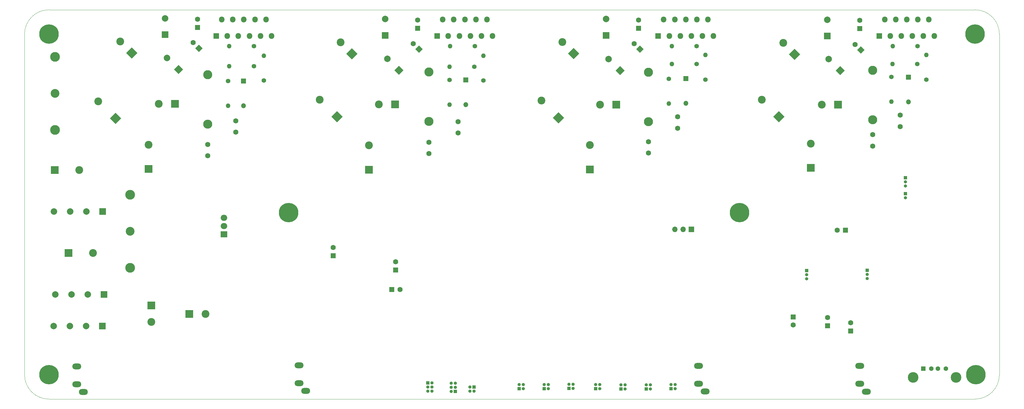
<source format=gbs>
G04 #@! TF.GenerationSoftware,KiCad,Pcbnew,(6.0.0)*
G04 #@! TF.CreationDate,2022-02-01T21:05:52+01:00*
G04 #@! TF.ProjectId,block-sch,626c6f63-6b2d-4736-9368-2e6b69636164,rev?*
G04 #@! TF.SameCoordinates,Original*
G04 #@! TF.FileFunction,Soldermask,Bot*
G04 #@! TF.FilePolarity,Negative*
%FSLAX46Y46*%
G04 Gerber Fmt 4.6, Leading zero omitted, Abs format (unit mm)*
G04 Created by KiCad (PCBNEW (6.0.0)) date 2022-02-01 21:05:52*
%MOMM*%
%LPD*%
G01*
G04 APERTURE LIST*
G04 Aperture macros list*
%AMRotRect*
0 Rectangle, with rotation*
0 The origin of the aperture is its center*
0 $1 length*
0 $2 width*
0 $3 Rotation angle, in degrees counterclockwise*
0 Add horizontal line*
21,1,$1,$2,0,0,$3*%
G04 Aperture macros list end*
G04 #@! TA.AperFunction,Profile*
%ADD10C,0.100000*%
G04 #@! TD*
%ADD11RotRect,1.600000X1.600000X135.000000*%
%ADD12C,1.600000*%
%ADD13RotRect,2.000000X2.000000X135.000000*%
%ADD14C,2.000000*%
%ADD15R,2.400000X2.400000*%
%ADD16C,2.400000*%
%ADD17RotRect,2.400000X2.400000X135.000000*%
%ADD18R,2.000000X2.000000*%
%ADD19R,1.600000X1.600000*%
%ADD20R,1.500000X1.500000*%
%ADD21O,1.500000X1.500000*%
%ADD22C,1.400000*%
%ADD23O,1.400000X1.400000*%
%ADD24C,2.800000*%
%ADD25O,2.800000X2.800000*%
%ADD26R,1.800000X1.800000*%
%ADD27O,1.800000X1.800000*%
%ADD28R,2.000000X1.905000*%
%ADD29O,2.000000X1.905000*%
%ADD30C,0.800000*%
%ADD31C,6.000000*%
%ADD32R,1.000000X1.000000*%
%ADD33O,1.000000X1.000000*%
%ADD34C,2.700000*%
%ADD35C,3.000000*%
%ADD36O,2.800000X1.800000*%
%ADD37R,1.700000X1.700000*%
%ADD38O,1.700000X1.700000*%
%ADD39R,1.428000X1.428000*%
%ADD40C,1.428000*%
%ADD41C,3.276000*%
G04 APERTURE END LIST*
D10*
X67500000Y-210000000D02*
X352500000Y-210000000D01*
X67500000Y-90000000D02*
G75*
G03*
X60000000Y-97500000I0J-7500000D01*
G01*
X60000000Y-97500000D02*
X60000000Y-202500000D01*
X352500000Y-210000000D02*
G75*
G03*
X360000000Y-202500000I0J7500000D01*
G01*
X360000000Y-202500000D02*
X360000000Y-97500000D01*
X360000000Y-97500000D02*
G75*
G03*
X352500000Y-90000000I-7500000J0D01*
G01*
X352500000Y-90000000D02*
X67500000Y-90000000D01*
X60000000Y-202500000D02*
G75*
G03*
X67500000Y-210000000I7500000J0D01*
G01*
D11*
X249383883Y-102178677D03*
D12*
X247616116Y-100410910D03*
D11*
X317383883Y-102428677D03*
D12*
X315616116Y-100660910D03*
D11*
X113683883Y-101878677D03*
D12*
X111916116Y-100110910D03*
D13*
X243250000Y-108750000D03*
D14*
X239714466Y-105214466D03*
D13*
X175200000Y-108671454D03*
D14*
X171664466Y-105135920D03*
D13*
X311000000Y-108750000D03*
D14*
X307464466Y-105214466D03*
D13*
X107367767Y-108421454D03*
D14*
X103832233Y-104885920D03*
D15*
X242073959Y-119250000D03*
D16*
X237073959Y-119250000D03*
D15*
X174000000Y-119200000D03*
D16*
X169000000Y-119200000D03*
D15*
X310323959Y-119250000D03*
D16*
X305323959Y-119250000D03*
D15*
X106323959Y-119000000D03*
D16*
X101323959Y-119000000D03*
D15*
X234000000Y-139227780D03*
D16*
X234000000Y-131727780D03*
D15*
X166000000Y-139277780D03*
D16*
X166000000Y-131777780D03*
D15*
X302000000Y-138750000D03*
D16*
X302000000Y-131250000D03*
D15*
X98200000Y-139077780D03*
D16*
X98200000Y-131577780D03*
D17*
X224351650Y-123300241D03*
D16*
X219048349Y-117996940D03*
D17*
X156151650Y-123000241D03*
D16*
X150848349Y-117696940D03*
D17*
X292151650Y-123000242D03*
D16*
X286848349Y-117696941D03*
D17*
X88000000Y-123500000D03*
D16*
X82696699Y-118196699D03*
D12*
X261000000Y-126500000D03*
X261000000Y-123000000D03*
X193400000Y-127950000D03*
X193400000Y-124450000D03*
D17*
X229000000Y-103500000D03*
D16*
X225464466Y-99964466D03*
D12*
X252000000Y-134150000D03*
X252000000Y-130650000D03*
D17*
X160767767Y-103576111D03*
D16*
X157232233Y-100040577D03*
D12*
X184400000Y-134350000D03*
X184400000Y-130850000D03*
X329500000Y-126000000D03*
X329500000Y-122500000D03*
X125000000Y-127750000D03*
X125000000Y-124250000D03*
D17*
X297000000Y-103750000D03*
D16*
X293464466Y-100214466D03*
D12*
X321000000Y-132000000D03*
X321000000Y-128500000D03*
D17*
X93017767Y-103326111D03*
D16*
X89482233Y-99790577D03*
D12*
X116400000Y-135000000D03*
X116400000Y-131500000D03*
D18*
X239000000Y-97867677D03*
D14*
X239000000Y-92867677D03*
D18*
X171000000Y-97867677D03*
D14*
X171000000Y-92867677D03*
D18*
X307000000Y-98117677D03*
D14*
X307000000Y-93117677D03*
D18*
X103250000Y-97617677D03*
D14*
X103250000Y-92617677D03*
D19*
X249000000Y-95682379D03*
D12*
X249000000Y-93182379D03*
D19*
X181000000Y-95682379D03*
D12*
X181000000Y-93182379D03*
D19*
X317000000Y-95750000D03*
D12*
X317000000Y-93250000D03*
D19*
X113250000Y-95432379D03*
D12*
X113250000Y-92932379D03*
D15*
X69322220Y-139400000D03*
D16*
X76822220Y-139400000D03*
D15*
X73522220Y-165000000D03*
D16*
X81022220Y-165000000D03*
D19*
X173017621Y-176182380D03*
D12*
X175517621Y-176182380D03*
D19*
X155000000Y-165782380D03*
D12*
X155000000Y-163282380D03*
D20*
X195800000Y-111585000D03*
D21*
X195800000Y-119205000D03*
D20*
X332000000Y-110750000D03*
D21*
X332000000Y-118370000D03*
D20*
X127400000Y-111985000D03*
D21*
X127400000Y-119605000D03*
D18*
X84057500Y-152182500D03*
D14*
X79057500Y-152182500D03*
X74057500Y-152182500D03*
X69057500Y-152182500D03*
D18*
X84457500Y-177782500D03*
D14*
X79457500Y-177782500D03*
X74457500Y-177782500D03*
X69457500Y-177782500D03*
D22*
X269500000Y-111560000D03*
D23*
X269500000Y-103940000D03*
D22*
X201200000Y-111810000D03*
D23*
X201200000Y-104190000D03*
D22*
X337500000Y-111560000D03*
D23*
X337500000Y-103940000D03*
D22*
X133600000Y-111810000D03*
D23*
X133600000Y-104190000D03*
D22*
X266810000Y-101250000D03*
D23*
X259190000Y-101250000D03*
D22*
X198600000Y-101200000D03*
D23*
X190980000Y-101200000D03*
D22*
X266810000Y-106750000D03*
D23*
X259190000Y-106750000D03*
D22*
X334810000Y-101250000D03*
D23*
X327190000Y-101250000D03*
D22*
X198410000Y-107600000D03*
D23*
X190790000Y-107600000D03*
D22*
X130610000Y-101200000D03*
D23*
X122990000Y-101200000D03*
D22*
X258250000Y-111250000D03*
D23*
X258250000Y-118870000D03*
D22*
X334750000Y-106750000D03*
D23*
X327130000Y-106750000D03*
D22*
X130600000Y-107400000D03*
D23*
X122980000Y-107400000D03*
D22*
X190800000Y-111590000D03*
D23*
X190800000Y-119210000D03*
D24*
X252000000Y-109250000D03*
D25*
X252000000Y-124490000D03*
D24*
X184400000Y-109200000D03*
D25*
X184400000Y-124440000D03*
D22*
X326750000Y-110690000D03*
D23*
X326750000Y-118310000D03*
D22*
X122600000Y-111990000D03*
D23*
X122600000Y-119610000D03*
D24*
X321000000Y-108630000D03*
D25*
X321000000Y-123870000D03*
D24*
X116400000Y-110000000D03*
D25*
X116400000Y-125240000D03*
D26*
X323000000Y-98085000D03*
D27*
X324700000Y-93005000D03*
X326400000Y-98085000D03*
X328100000Y-93005000D03*
X329800000Y-98085000D03*
X331500000Y-93005000D03*
X333200000Y-98085000D03*
X334900000Y-93005000D03*
X336600000Y-98085000D03*
X338300000Y-93005000D03*
X340000000Y-98085000D03*
D26*
X119000000Y-98085000D03*
D27*
X120700000Y-93005000D03*
X122400000Y-98085000D03*
X124100000Y-93005000D03*
X125800000Y-98085000D03*
X127500000Y-93005000D03*
X129200000Y-98085000D03*
X130900000Y-93005000D03*
X132600000Y-98085000D03*
X134300000Y-93005000D03*
X136000000Y-98085000D03*
D11*
X181383883Y-102178677D03*
D12*
X179616116Y-100410910D03*
D19*
X174200000Y-170182380D03*
D12*
X174200000Y-167682380D03*
D20*
X263500000Y-111185000D03*
D21*
X263500000Y-118805000D03*
D26*
X187000000Y-98085000D03*
D27*
X188700000Y-93005000D03*
X190400000Y-98085000D03*
X192100000Y-93005000D03*
X193800000Y-98085000D03*
X195500000Y-93005000D03*
X197200000Y-98085000D03*
X198900000Y-93005000D03*
X200600000Y-98085000D03*
X202300000Y-93005000D03*
X204000000Y-98085000D03*
D28*
X121345000Y-159240000D03*
D29*
X121345000Y-156700000D03*
X121345000Y-154160000D03*
D26*
X255000000Y-98085000D03*
D27*
X256700000Y-93005000D03*
X258400000Y-98085000D03*
X260100000Y-93005000D03*
X261800000Y-98085000D03*
X263500000Y-93005000D03*
X265200000Y-98085000D03*
X266900000Y-93005000D03*
X268600000Y-98085000D03*
X270300000Y-93005000D03*
X272000000Y-98085000D03*
D18*
X83957500Y-187482500D03*
D14*
X78957500Y-187482500D03*
X73957500Y-187482500D03*
X68957500Y-187482500D03*
D30*
X350500000Y-202500000D03*
X352750000Y-200250000D03*
X351159010Y-204090990D03*
X355000000Y-202500000D03*
X354340990Y-204090990D03*
X351159010Y-200909010D03*
D31*
X352750000Y-202500000D03*
D30*
X354340990Y-200909010D03*
X352750000Y-204750000D03*
X280000000Y-150250000D03*
X281590990Y-150909010D03*
X281590990Y-154090990D03*
X282250000Y-152500000D03*
X277750000Y-152500000D03*
X280000000Y-154750000D03*
X278409010Y-150909010D03*
X278409010Y-154090990D03*
D31*
X280000000Y-152500000D03*
X141250000Y-152500000D03*
D30*
X143500000Y-152500000D03*
X139000000Y-152500000D03*
X142840990Y-154090990D03*
X142840990Y-150909010D03*
X141250000Y-154750000D03*
X139659010Y-154090990D03*
X141250000Y-150250000D03*
X139659010Y-150909010D03*
X65250000Y-202500000D03*
X65909010Y-204090990D03*
X65909010Y-200909010D03*
X69090990Y-200909010D03*
X69090990Y-204090990D03*
X67500000Y-204750000D03*
X69750000Y-202500000D03*
X67500000Y-200250000D03*
D31*
X67500000Y-202500000D03*
D30*
X354750000Y-97500000D03*
X350909010Y-95909010D03*
X350250000Y-97500000D03*
X354090990Y-99090990D03*
X352500000Y-95250000D03*
X354090990Y-95909010D03*
X350909010Y-99090990D03*
X352500000Y-99750000D03*
D31*
X352500000Y-97500000D03*
D30*
X65909010Y-95909010D03*
D31*
X67500000Y-97500000D03*
D30*
X69750000Y-97500000D03*
X67500000Y-99750000D03*
X65250000Y-97500000D03*
X69090990Y-95909010D03*
X69090990Y-99090990D03*
X65909010Y-99090990D03*
X67500000Y-95250000D03*
D15*
X110676041Y-183750000D03*
D16*
X115676041Y-183750000D03*
D32*
X331100000Y-146700000D03*
D33*
X331100000Y-147970000D03*
D32*
X192550000Y-207600000D03*
D33*
X191280000Y-207600000D03*
X192550000Y-206330000D03*
X191280000Y-206330000D03*
X192550000Y-205060000D03*
X191280000Y-205060000D03*
D32*
X184125000Y-205025000D03*
D33*
X185395000Y-205025000D03*
X184125000Y-206295000D03*
X185395000Y-206295000D03*
X184125000Y-207565000D03*
X185395000Y-207565000D03*
D34*
X69400000Y-115800000D03*
D35*
X69400000Y-127050000D03*
X69400000Y-104550000D03*
D15*
X99000000Y-181176041D03*
D16*
X99000000Y-186176041D03*
D19*
X314200000Y-188982380D03*
D12*
X314200000Y-186482380D03*
D36*
X267450000Y-199750000D03*
X269450000Y-207650000D03*
X267450000Y-205250000D03*
D32*
X227506250Y-206743750D03*
D33*
X227506250Y-205473750D03*
X228776250Y-206743750D03*
X228776250Y-205473750D03*
D32*
X331100000Y-141725000D03*
D33*
X331100000Y-142995000D03*
X331100000Y-144265000D03*
D36*
X76100000Y-199900000D03*
X78100000Y-207800000D03*
X76100000Y-205400000D03*
D19*
X296547621Y-184647621D03*
D12*
X296547621Y-187147621D03*
D19*
X307100000Y-187382380D03*
D12*
X307100000Y-184882380D03*
D32*
X251318750Y-206856250D03*
D33*
X251318750Y-205586250D03*
X252588750Y-206856250D03*
X252588750Y-205586250D03*
D19*
X312587500Y-157900000D03*
D12*
X310087500Y-157900000D03*
D32*
X212200000Y-206800000D03*
D33*
X212200000Y-205530000D03*
X213470000Y-206800000D03*
X213470000Y-205530000D03*
D37*
X265225000Y-157700000D03*
D38*
X262685000Y-157700000D03*
X260145000Y-157700000D03*
D32*
X235762500Y-206800000D03*
D33*
X235762500Y-205530000D03*
X237032500Y-206800000D03*
X237032500Y-205530000D03*
D32*
X319287500Y-170300000D03*
D33*
X319287500Y-171570000D03*
X319287500Y-172840000D03*
D32*
X300687500Y-170350000D03*
D33*
X300687500Y-171620000D03*
X300687500Y-172890000D03*
D32*
X243533750Y-206846250D03*
D33*
X243533750Y-205576250D03*
X244803750Y-206846250D03*
X244803750Y-205576250D03*
D32*
X258936250Y-206806250D03*
D33*
X258936250Y-205536250D03*
X260206250Y-206806250D03*
X260206250Y-205536250D03*
D36*
X317050000Y-199800000D03*
X319050000Y-207700000D03*
X317050000Y-205300000D03*
D32*
X219943750Y-206806250D03*
D33*
X219943750Y-205536250D03*
X221213750Y-206806250D03*
X221213750Y-205536250D03*
D39*
X336552500Y-200590000D03*
D40*
X339052500Y-200590000D03*
X341052500Y-200590000D03*
X343552500Y-200590000D03*
D41*
X333482500Y-203300000D03*
X346622500Y-203300000D03*
D36*
X144500000Y-199600000D03*
X146500000Y-207500000D03*
X144500000Y-205100000D03*
D34*
X92500000Y-158250000D03*
D35*
X92500000Y-169500000D03*
X92500000Y-147000000D03*
D32*
X198350000Y-206300000D03*
D33*
X197080000Y-206300000D03*
X198350000Y-207570000D03*
X197080000Y-207570000D03*
M02*

</source>
